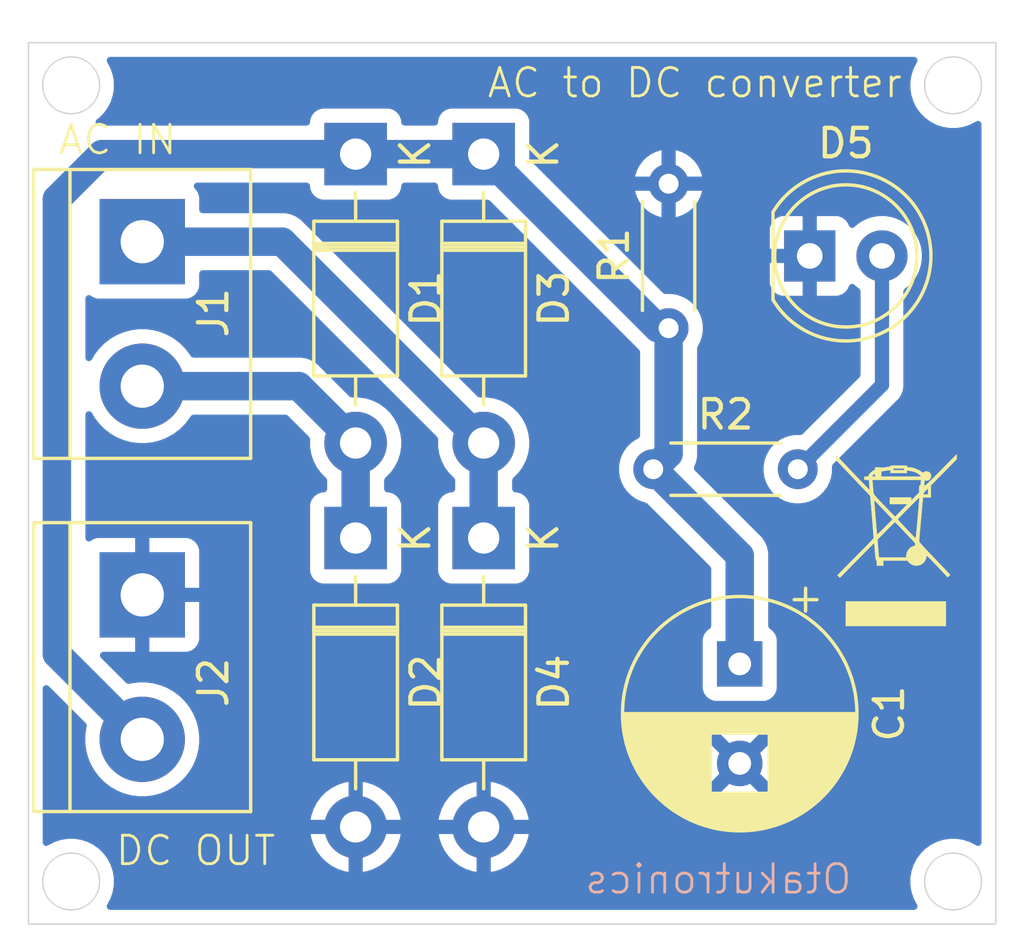
<source format=kicad_pcb>
(kicad_pcb (version 20241229) (generator "pcbnew") (generator_version "9.0")
  (layers (0 "F.Cu" signal) (2 "B.Cu" signal) (13 "F.Paste" user) (15 "B.Paste" user) (5 "F.SilkS" user "F.Silkscreen") (7 "B.SilkS" user "B.Silkscreen") (1 "F.Mask" user) (3 "B.Mask" user) (25 "Edge.Cuts" user))
  (net 0 "")
  (net 1 "GND")
  (net 2 "/+VE")
  (net 3 "Net-(D1-A)")
  (net 4 "Net-(D3-A)")
  (net 5 "Net-(D5-A)")
  (footprint "LED_THT:LED_D5.0mm" (layer "F.Cu") (at 135.46 81)
    (property "Reference" "D5" (at 1.27 -3.96 0) (layer "F.SilkS"))
    (property "Value" "LED")
    (fp_line (start -1.29 -1.545) (end -1.29 1.545) (stroke (width 0.12)) (layer "F.SilkS"))
    (fp_arc (start -1.29 -1.54483) (mid 2.071756 -2.880501) (end 4.26 -0.000048) (stroke (width 0.12)) (layer "F.SilkS"))
    (fp_arc (start 4.26 0.000048) (mid 2.071756 2.880501) (end -1.29 1.54483) (stroke (width 0.12)) (layer "F.SilkS"))
    (fp_circle (center 1.27 0) (end 3.77 0) (stroke (width 0.12)) (fill no) (layer "F.SilkS"))
    (pad "1" thru_hole rect (at 0 0) (size 1.8 1.8) (drill 0.9) (layers "*.Cu" "*.Mask") (net 1 "GND"))
    (pad "2" thru_hole circle (at 2.54 0) (size 1.8 1.8) (drill 0.9) (layers "*.Cu" "*.Mask") (net 5 "Net-(D5-A)"))
  )
  (footprint "Symbol:WEEE-Logo_4.2x6mm_SilkScreen" (layer "F.Cu") (at 138.5 91)
    (property "Reference" "REF**" (hide yes))
    (property "Value" "WEEE-Logo_4.2x6mm_SilkScreen" (hide yes))
    (fp_poly (pts (xy 1.747822 3.017822) (xy -1.772971 3.017822) (xy -1.772971 2.150198) (xy 1.747822 2.150198) (xy 1.747822 3.017822)) (stroke (width 0.01)) (fill yes) (layer "F.SilkS"))
    (fp_poly (pts (xy 2.12443 -2.935152) (xy 2.123811 -2.848069) (xy 1.672086 -2.389109) (xy 1.220361 -1.930148) (xy 1.220032 -1.719529) (xy 1.219703 -1.508911) (xy 0.94461 -1.508911) (xy 0.937522 -1.45547) (xy 0.934838 -1.431112) (xy 0.930313 -1.385241) (xy 0.924191 -1.320595) (xy 0.916712 -1.239909) (xy 0.908119 -1.145919) (xy 0.898654 -1.041363) (xy 0.888558 -0.928975) (xy 0.878074 -0.811493) (xy 0.867444 -0.691652) (xy 0.856909 -0.572189) (xy 0.846713 -0.455841) (xy 0.837095 -0.345343) (xy 0.8283 -0.243431) (xy 0.820568 -0.152842) (xy 0.814142 -0.076313) (xy 0.809263 -0.016579) (xy 0.806175 0.023624) (xy 0.805117 0.041559) (xy 0.805118 0.041644) (xy 0.812827 0.056035) (xy 0.835981 0.085748) (xy 0.874895 0.131131) (xy 0.929884 0.192529) (xy 1.001264 0.270288) (xy 1.089349 0.364754) (xy 1.194454 0.476272) (xy 1.316895 0.605188) (xy 1.35131 0.641287) (xy 1.897137 1.213416) (xy 1.808881 1.301436) (xy 1.737485 1.223758) (xy 1.711366 1.195686) (xy 1.670566 1.152274) (xy 1.617777 1.096366) (xy 1.555691 1.030808) (xy 1.487 0.958441) (xy 1.414396 0.882112) (xy 1.37096 0.836524) (xy 1.289416 0.751119) (xy 1.223504 0.68271) (xy 1.171544 0.630053) (xy 1.131855 0.591905) (xy 1.102757 0.56702) (xy 1.082569 0.554156) (xy 1.06961 0.552068) (xy 1.0622 0.559513) (xy 1.058658 0.575246) (xy 1.057303 0.598023) (xy 1.057121 0.604239) (xy 1.047703 0.647061) (xy 1.024497 0.698819) (xy 0.992136 0.751328) (xy 0.955252 0.796403) (xy 0.940493 0.810328) (xy 0.864767 0.859047) (xy 0.776308 0.886306) (xy 0.6981 0.892773) (xy 0.609468 0.880576) (xy 0.527612 0.844813) (xy 0.455164 0.786722) (xy 0.441797 0.772262) (xy 0.392918 0.716733) (xy -0.452674 0.716733) (xy -0.452674 0.892773) (xy -0.67901 0.892773) (xy -0.67901 0.810531) (xy -0.68185 0.754386) (xy -0.691393 0.715416) (xy -0.702991 0.694219) (xy -0.711277 0.679052) (xy -0.718373 0.657062) (xy -0.724748 0.624987) (xy -0.730872 0.579569) (xy -0.737216 0.517548) (xy -0.74425 0.435662) (xy -0.749066 0.374746) (xy -0.771161 0.089343) (xy -1.313565 0.638805) (xy -1.411637 0.738228) (xy -1.505784 0.833815) (xy -1.594285 0.92381) (xy -1.67542 1.006457) (xy -1.747469 1.080001) (xy -1.808712 1.142684) (xy -1.857427 1.192752) (xy -1.891896 1.228448) (xy -1.910379 1.247995) (xy -1.940743 1.278944) (xy -1.966071 1.30053) (xy -1.979695 1.307723) (xy -1.997095 1.299297) (xy -2.02246 1.278245) (xy -2.031058 1.269671) (xy -2.067514 1.23162) (xy -1.866802 1.027658) (xy -1.815596 0.975699) (xy -1.749569 0.90882) (xy -1.671618 0.82995) (xy -1.584638 0.742014) (xy -1.491526 0.647941) (xy -1.395179 0.550658) (xy -1.298492 0.453093) (xy -1.229134 0.383145) (xy -1.123703 0.27655) (xy -1.035129 0.186307) (xy -0.962281 0.111192) (xy -0.904023 0.049986) (xy -0.859225 0.001466) (xy -0.837021 -0.023871) (xy -0.658724 -0.023871) (xy -0.636401 0.261555) (xy -0.629669 0.345219) (xy -0.623157 0.421727) (xy -0.617234 0.487081) (xy -0.612268 0.537281) (xy -0.608629 0.568329) (xy -0.607458 0.575273) (xy -0.600838 0.603565) (xy 0.348636 0.603565) (xy 0.354974 0.524606) (xy 0.37411 0.431315) (xy 0.414154 0.348791) (xy 0.472582 0.280038) (xy 0.546871 0.228063) (xy 0.630252 0.196863) (xy 0.657302 0.182228) (xy 0.670844 0.150819) (xy 0.671128 0.149434) (xy 0.672753 0.136174) (xy 0.670744 0.122595) (xy 0.663142 0.106181) (xy 0.647984 0.084411) (xy 0.623312 0.054767) (xy 0.587164 0.014732) (xy 0.53758 -0.038215) (xy 0.472599 -0.106591) (xy 0.468401 -0.110995) (xy 0.398507 -0.184389) (xy 0.3242 -0.262563) (xy 0.250586 -0.340136) (xy 0.182771 -0.411725) (xy 0.12586 -0.471949) (xy 0.113168 -0.485413) (xy 0.064513 -0.53618) (xy 0.021291 -0.579625) (xy -0.013395 -0.612759) (xy -0.036444 -0.632595) (xy -0.044182 -0.636954) (xy -0.055722 -0.62783) (xy -0.08271 -0.6028) (xy -0.123021 -0.563948) (xy -0.174529 -0.513357) (xy -0.235109 -0.453112) (xy -0.302636 -0.385296) (xy -0.357826 -0.329435) (xy -0.658724 -0.023871) (xy -0.837021 -0.023871) (xy -0.826751 -0.035589) (xy -0.805471 -0.062401) (xy -0.794251 -0.080192) (xy -0.791754 -0.08843) (xy -0.7927 -0.10641) (xy -0.795573 -0.147108) (xy -0.800187 -0.208181) (xy -0.806358 -0.287287) (xy -0.813898 -0.382086) (xy -0.822621 -0.490233) (xy -0.832343 -0.609388) (xy -0.842876 -0.737209) (xy -0.851365 -0.839365) (xy -0.899396 -1.415326) (xy -0.775805 -1.415326) (xy -0.775273 -1.402896) (xy -0.772769 -1.36789) (xy -0.768496 -1.312785) (xy -0.762653 -1.240057) (xy -0.755443 -1.152186) (xy -0.747066 -1.051649) (xy -0.737723 -0.940923) (xy -0.728758 -0.835795) (xy -0.718602 -0.716517) (xy -0.709142 -0.60392) (xy -0.700596 -0.500695) (xy -0.693179 -0.409527) (xy -0.687108 -0.333105) (xy -0.682601 -0.274117) (xy -0.679873 -0.235251) (xy -0.679116 -0.220156) (xy -0.677935 -0.210762) (xy -0.673256 -0.207034) (xy -0.663276 -0.210529) (xy -0.64619 -0.222801) (xy -0.620196 -0.245406) (xy -0.58349 -0.2799) (xy -0.534267 -0.327838) (xy -0.470726 -0.390776) (xy -0.403305 -0.458032) (xy -0.127601 -0.733523) (xy -0.129533 -0.735594) (xy 0.05271 -0.735594) (xy 0.061016 -0.72422) (xy 0.084267 -0.697437) (xy 0.120135 -0.657708) (xy 0.166287 -0.607493) (xy 0.220394 -0.549254) (xy 0.280126 -0.485453) (xy 0.343152 -0.418551) (xy 0.407142 -0.35101) (xy 0.469764 -0.28529) (xy 0.52869 -0.223854) (xy 0.581588 -0.169163) (xy 0.626128 -0.123678) (xy 0.65998 -0.089862) (xy 0.680812 -0.070174) (xy 0.686494 -0.066163) (xy 0.688366 -0.079109) (xy 0.692254 -0.114866) (xy 0.697943 -0.171196) (xy 0.705219 -0.24586) (xy 0.713869 -0.33662) (xy 0.723678 -0.441238) (xy 0.734434 -0.557474) (xy 0.745921 -0.683092) (xy 0.755093 -0.784382) (xy 0.766826 -0.915721) (xy 0.777665 -1.039448) (xy 0.78743 -1.153319) (xy 0.795937 -1.255089) (xy 0.803005 -1.342513) (xy 0.808451 -1.413347) (xy 0.812092 -1.465347) (xy 0.813747 -1.496268) (xy 0.813558 -1.504297) (xy 0.803666 -1.497146) (xy 0.778476 -1.474159) (xy 0.74019 -1.437561) (xy 0.691011 -1.389578) (xy 0.633139 -1.332434) (xy 0.568778 -1.268353) (xy 0.500129 -1.199562) (xy 0.429395 -1.128284) (xy 0.358778 -1.056745) (xy 0.29048 -0.98717) (xy 0.226704 -0.921783) (xy 0.16965 -0.862809) (xy 0.121522 -0.812473) (xy 0.084522 -0.773001) (xy 0.060852 -0.746617) (xy 0.05271 -0.735594) (xy -0.129533 -0.735594) (xy -0.230409 -0.843705) (xy -0.282768 -0.899623) (xy -0.341535 -0.962052) (xy -0.404385 -1.028557) (xy -0.468995 -1.096702) (xy -0.533042 -1.164052) (xy -0.594203 -1.228172) (xy -0.650153 -1.286628) (xy -0.69857 -1.336982) (xy -0.73713 -1.376802) (xy -0.763509 -1.40365) (xy -0.775384 -1.415092) (xy -0.775805 -1.415326) (xy -0.899396 -1.415326) (xy -0.911401 -1.559274) (xy -1.511938 -2.190842) (xy -2.112475 -2.822411) (xy -2.112034 -2.910685) (xy -2.111592 -2.99896) (xy -2.014583 -2.895334) (xy -1.960291 -2.837537) (xy -1.896192 -2.769632) (xy -1.824016 -2.693428) (xy -1.745492 -2.610731) (xy -1.662349 -2.523347) (xy -1.576319 -2.433085) (xy -1.48913 -2.34175) (xy -1.402513 -2.251151) (xy -1.318197 -2.163093) (xy -1.237912 -2.079385) (xy -1.163387 -2.001833) (xy -1.096354 -1.932243) (xy -1.038541 -1.872424) (xy -0.991679 -1.824182) (xy -0.957496 -1.789324) (xy -0.937724 -1.769657) (xy -0.93339 -1.765884) (xy -0.933092 -1.779008) (xy -0.934731 -1.812611) (xy -0.938023 -1.86212) (xy -0.942682 -1.922963) (xy -0.944682 -1.947268) (xy -0.959577 -2.125049) (xy -0.842955 -2.125049) (xy -0.836934 -2.096757) (xy -0.833863 -2.074382) (xy -0.829548 -2.032283) (xy -0.824488 -1.975822) (xy -0.819181 -1.910365) (xy -0.817344 -1.886138) (xy -0.811927 -1.816579) (xy -0.806459 -1.751982) (xy -0.801488 -1.698452) (xy -0.797561 -1.66209) (xy -0.796675 -1.655491) (xy -0.793334 -1.641944) (xy -0.786101 -1.626086) (xy -0.77344 -1.606139) (xy -0.753811 -1.580327) (xy -0.725678 -1.546871) (xy -0.687502 -1.503993) (xy -0.637746 -1.449917) (xy -0.574871 -1.382864) (xy -0.497341 -1.301057) (xy -0.418251 -1.21805) (xy -0.339564 -1.135906) (xy -0.266112 -1.059831) (xy -0.199724 -0.991675) (xy -0.142227 -0.933288) (xy -0.095451 -0.886519) (xy -0.061224 -0.853218) (xy -0.041373 -0.835233) (xy -0.03714 -0.832558) (xy -0.026003 -0.842259) (xy 0.000029 -0.867559) (xy 0.03843 -0.905918) (xy 0.086672 -0.9548) (xy 0.14223 -1.011666) (xy 0.182408 -1.053094) (xy 0.392169 -1.27) (xy -0.226337 -1.27) (xy -0.226337 -1.508911) (xy 0.528119 -1.508911) (xy 0.528119 -1.402458) (xy 0.666435 -1.540346) (xy 0.764553 -1.63816) (xy 0.955643 -1.63816) (xy 0.957471 -1.62273) (xy 0.966723 -1.614133) (xy 0.98905 -1.610387) (xy 1.030105 -1.609511) (xy 1.037376 -1.609505) (xy 1.119109 -1.609505) (xy 1.119109 -1.828828) (xy 1.037376 -1.747821) (xy 0.99127 -1.698572) (xy 0.963694 -1.660841) (xy 0.955643 -1.63816) (xy 0.764553 -1.63816) (xy 0.804752 -1.678234) (xy 0.804752 -1.801048) (xy 0.805137 -1.85755) (xy 0.8069 -1.893495) (xy 0.81095 -1.91347) (xy 0.818199 -1.922063) (xy 0.82913 -1.923861) (xy 0.841288 -1.926502) (xy 0.850273 -1.937088) (xy 0.857174 -1.959619) (xy 0.863076 -1.998091) (xy 0.869065 -2.056502) (xy 0.870987 -2.077896) (xy 0.875148 -2.125049) (xy -0.842955 -2.125049) (xy -0.959577 -2.125049) (xy -1.119109 -2.125049) (xy -1.119109 -2.238218) (xy -1.051314 -2.238218) (xy -1.011662 -2.239304) (xy -0.990116 -2.244546) (xy -0.98748 -2.247666) (xy -0.848616 -2.247666) (xy -0.841308 -2.240538) (xy -0.815993 -2.238338) (xy -0.798908 -2.238218) (xy -0.741881 -2.238218) (xy -0.529221 -2.238218) (xy 0.885302 -2.238218) (xy 0.837458 -2.287214) (xy 0.76315 -2.347676) (xy 0.671184 -2.394309) (xy 0.560002 -2.427751) (xy 0.449529 -2.446247) (xy 0.377227 -2.454878) (xy 0.377227 -2.36396) (xy -0.201188 -2.36396) (xy -0.201188 -2.467107) (xy -0.286065 -2.458504) (xy -0.345368 -2.451244) (xy -0.408551 -2.441621) (xy -0.446386 -2.434748) (xy -0.521832 -2.419593) (xy -0.525526 -2.328905) (xy -0.529221 -2.238218) (xy -0.741881 -2.238218) (xy -0.741881 -2.288515) (xy -0.743544 -2.320024) (xy -0.747697 -2.337537) (xy -0.749371 -2.338812) (xy -0.767987 -2.330746) (xy -0.795183 -2.31118) (xy -0.822448 -2.287056) (xy -0.841267 -2.265318) (xy -0.842943 -2.262492) (xy -0.848616 -2.247666) (xy -0.98748 -2.247666) (xy -0.979662 -2.256919) (xy -0.975442 -2.270396) (xy -0.958219 -2.305373) (xy -0.925138 -2.347421) (xy -0.881893 -2.390644) (xy -0.834174 -2.429146) (xy -0.80283 -2.449199) (xy -0.767123 -2.471149) (xy -0.748819 -2.489589) (xy -0.742388 -2.511332) (xy -0.741894 -2.524282) (xy -0.741894 -2.527425) (xy -0.100594 -2.527425) (xy -0.100594 -2.464554) (xy 0.276633 -2.464554) (xy 0.276633 -2.527425) (xy -0.100594 -2.527425) (xy -0.741894 -2.527425) (xy -0.741881 -2.565148) (xy -0.636048 -2.565148) (xy -0.587355 -2.563971) (xy -0.549405 -2.560835) (xy -0.528308 -2.556329) (xy -0.526023 -2.554505) (xy -0.512641 -2.551705) (xy -0.480074 -2.552852) (xy -0.433916 -2.557607) (xy -0.402376 -2.561997) (xy -0.345188 -2.570622) (xy -0.292886 -2.578409) (xy -0.253582 -2.584153) (xy -0.242055 -2.585785) (xy -0.211937 -2.595112) (xy -0.201188 -2.609728) (xy -0.19792 -2.61568) (xy -0.18623 -2.620222) (xy -0.163288 -2.62353) (xy -0.126265 -2.625785) (xy -0.072332 -2.627166) (xy 0.00134 -2.62785) (xy 0.08802 -2.62802) (xy 0.180529 -2.627923) (xy 0.250906 -2.62747) (xy 0.302164 -2.62641) (xy 0.33732 -2.624497) (xy 0.359389 -2.621481) (xy 0.371385 -2.617115) (xy 0.376324 -2.611151) (xy 0.377227 -2.604216) (xy 0.384921 -2.582205) (xy 0.410121 -2.569679) (xy 0.456009 -2.565212) (xy 0.464264 -2.565148) (xy 0.541973 -2.557132) (xy 0.630233 -2.535064) (xy 0.721085 -2.501916) (xy 0.80657 -2.460661) (xy 0.878726 -2.414269) (xy 0.888072 -2.406918) (xy 0.918533 -2.383002) (xy 0.936572 -2.373424) (xy 0.949169 -2.37652) (xy 0.9621 -2.389296) (xy 1.000293 -2.414322) (xy 1.049998 -2.423929) (xy 1.103524 -2.418933) (xy 1.153178 -2.400149) (xy 1.191267 -2.368394) (xy 1.194025 -2.364703) (xy 1.222526 -2.305425) (xy 1.227828 -2.244066) (xy 1.210518 -2.185573) (xy 1.17118 -2.134896) (xy 1.16637 -2.130711) (xy 1.13844 -2.110833) (xy 1.110102 -2.102079) (xy 1.070263 -2.101447) (xy 1.060311 -2.102008) (xy 1.021332 -2.103438) (xy 1.001254 -2.100161) (xy 0.993985 -2.090272) (xy 0.99324 -2.081039) (xy 0.991716 -2.054256) (xy 0.987935 -2.013975) (xy 0.985218 -1.989876) (xy 0.981277 -1.951599) (xy 0.982916 -1.932004) (xy 0.992421 -1.924842) (xy 1.009351 -1.923861) (xy 1.019392 -1.927099) (xy 1.03559 -1.93758) (xy 1.059145 -1.956452) (xy 1.091257 -1.984865) (xy 1.133128 -2.023965) (xy 1.185957 -2.074903) (xy 1.250945 -2.138827) (xy 1.329291 -2.216886) (xy 1.422197 -2.310228) (xy 1.530863 -2.420002) (xy 1.583231 -2.473048) (xy 2.125049 -3.022233) (xy 2.12443 -2.935152)) (stroke (width 0.01)) (fill yes) (layer "F.SilkS"))
  )
  (footprint "Diode_THT:D_DO-41_SOD81_P10.16mm_Horizontal" (layer "F.Cu") (at 119.5 77.42 -90)
    (property "Reference" "D1" (at 5.08 -2.47 90) (layer "F.SilkS"))
    (property "Value" "1N4007")
    (fp_line (start 2.36 1.47) (end 7.8 1.47) (stroke (width 0.12)) (layer "F.SilkS"))
    (fp_line (start 7.8 1.47) (end 7.8 -1.47) (stroke (width 0.12)) (layer "F.SilkS"))
    (fp_line (start 1.34 0) (end 2.36 0) (stroke (width 0.12)) (layer "F.SilkS"))
    (fp_line (start 8.82 0) (end 7.8 0) (stroke (width 0.12)) (layer "F.SilkS"))
    (fp_line (start 2.36 -1.47) (end 2.36 1.47) (stroke (width 0.12)) (layer "F.SilkS"))
    (fp_line (start 3.14 -1.47) (end 3.14 1.47) (stroke (width 0.12)) (layer "F.SilkS"))
    (fp_line (start 3.26 -1.47) (end 3.26 1.47) (stroke (width 0.12)) (layer "F.SilkS"))
    (fp_line (start 3.38 -1.47) (end 3.38 1.47) (stroke (width 0.12)) (layer "F.SilkS"))
    (fp_line (start 7.8 -1.47) (end 2.36 -1.47) (stroke (width 0.12)) (layer "F.SilkS"))
    (fp_text user "K" (at 0 -2.1 90) (layer "F.SilkS"))
    (pad "1" thru_hole rect (at 0 0 270) (size 2.2 2.2) (drill 1.1) (layers "*.Cu" "*.Mask") (net 2 "/+VE"))
    (pad "2" thru_hole oval (at 10.16 0 270) (size 2.2 2.2) (drill 1.1) (layers "*.Cu" "*.Mask") (net 3 "Net-(D1-A)"))
  )
  (footprint "Resistor_THT:R_Axial_DIN0204_L3.6mm_D1.6mm_P5.08mm_Horizontal" (layer "F.Cu") (at 130.5 83.54 90)
    (property "Reference" "R1" (at 2.54 -1.92 90) (layer "F.SilkS"))
    (property "Value" "10K")
    (fp_line (start 0.62 -0.92) (end 4.46 -0.92) (stroke (width 0.12)) (layer "F.SilkS"))
    (fp_line (start 0.62 0.92) (end 4.46 0.92) (stroke (width 0.12)) (layer "F.SilkS"))
    (pad "1" thru_hole circle (at 0 0 90) (size 1.4 1.4) (drill 0.7) (layers "*.Cu" "*.Mask") (net 2 "/+VE"))
    (pad "2" thru_hole oval (at 5.08 0 90) (size 1.4 1.4) (drill 0.7) (layers "*.Cu" "*.Mask") (net 1 "GND"))
  )
  (footprint "TerminalBlock:TerminalBlock_bornier-2_P5.08mm" (layer "F.Cu") (at 112 80.5 -90)
    (property "Reference" "J1" (at 2.5 -2.5 90) (layer "F.SilkS"))
    (property "Value" "Screw_Terminal_01x02")
    (fp_line (start -2.54 3.81) (end 7.62 3.81) (stroke (width 0.12)) (layer "F.SilkS"))
    (fp_line (start 7.62 3.81) (end 7.62 -3.81) (stroke (width 0.12)) (layer "F.SilkS"))
    (fp_line (start 7.62 2.54) (end -2.54 2.54) (stroke (width 0.12)) (layer "F.SilkS"))
    (fp_line (start -2.54 -3.81) (end -2.54 3.81) (stroke (width 0.12)) (layer "F.SilkS"))
    (fp_line (start 7.62 -3.81) (end -2.54 -3.81) (stroke (width 0.12)) (layer "F.SilkS"))
    (pad "1" thru_hole rect (at 0 0 270) (size 3 3) (drill 1.52) (layers "*.Cu" "*.Mask") (net 4 "Net-(D3-A)"))
    (pad "2" thru_hole circle (at 5.08 0 270) (size 3 3) (drill 1.52) (layers "*.Cu" "*.Mask") (net 3 "Net-(D1-A)"))
  )
  (footprint "TerminalBlock:TerminalBlock_bornier-2_P5.08mm" (layer "F.Cu") (at 112 92.92 -90)
    (property "Reference" "J2" (at 3.08 -2.5 90) (layer "F.SilkS"))
    (property "Value" "Screw_Terminal_01x02")
    (fp_line (start -2.54 3.81) (end 7.62 3.81) (stroke (width 0.12)) (layer "F.SilkS"))
    (fp_line (start 7.62 3.81) (end 7.62 -3.81) (stroke (width 0.12)) (layer "F.SilkS"))
    (fp_line (start 7.62 2.54) (end -2.54 2.54) (stroke (width 0.12)) (layer "F.SilkS"))
    (fp_line (start -2.54 -3.81) (end -2.54 3.81) (stroke (width 0.12)) (layer "F.SilkS"))
    (fp_line (start 7.62 -3.81) (end -2.54 -3.81) (stroke (width 0.12)) (layer "F.SilkS"))
    (pad "1" thru_hole rect (at 0 0 270) (size 3 3) (drill 1.52) (layers "*.Cu" "*.Mask") (net 1 "GND"))
    (pad "2" thru_hole circle (at 5.08 0 270) (size 3 3) (drill 1.52) (layers "*.Cu" "*.Mask") (net 2 "/+VE"))
  )
  (footprint "Diode_THT:D_DO-41_SOD81_P10.16mm_Horizontal" (layer "F.Cu") (at 124 77.42 -90)
    (property "Reference" "D3" (at 5.08 -2.47 90) (layer "F.SilkS"))
    (property "Value" "1N4007")
    (fp_line (start 2.36 1.47) (end 7.8 1.47) (stroke (width 0.12)) (layer "F.SilkS"))
    (fp_line (start 7.8 1.47) (end 7.8 -1.47) (stroke (width 0.12)) (layer "F.SilkS"))
    (fp_line (start 1.34 0) (end 2.36 0) (stroke (width 0.12)) (layer "F.SilkS"))
    (fp_line (start 8.82 0) (end 7.8 0) (stroke (width 0.12)) (layer "F.SilkS"))
    (fp_line (start 2.36 -1.47) (end 2.36 1.47) (stroke (width 0.12)) (layer "F.SilkS"))
    (fp_line (start 3.14 -1.47) (end 3.14 1.47) (stroke (width 0.12)) (layer "F.SilkS"))
    (fp_line (start 3.26 -1.47) (end 3.26 1.47) (stroke (width 0.12)) (layer "F.SilkS"))
    (fp_line (start 3.38 -1.47) (end 3.38 1.47) (stroke (width 0.12)) (layer "F.SilkS"))
    (fp_line (start 7.8 -1.47) (end 2.36 -1.47) (stroke (width 0.12)) (layer "F.SilkS"))
    (fp_text user "K" (at 0 -2.1 90) (layer "F.SilkS"))
    (pad "1" thru_hole rect (at 0 0 270) (size 2.2 2.2) (drill 1.1) (layers "*.Cu" "*.Mask") (net 2 "/+VE"))
    (pad "2" thru_hole oval (at 10.16 0 270) (size 2.2 2.2) (drill 1.1) (layers "*.Cu" "*.Mask") (net 4 "Net-(D3-A)"))
  )
  (footprint "Diode_THT:D_DO-41_SOD81_P10.16mm_Horizontal" (layer "F.Cu") (at 124 90.92 -90)
    (property "Reference" "D4" (at 5.08 -2.47 90) (layer "F.SilkS"))
    (property "Value" "1N4007")
    (fp_line (start 2.36 1.47) (end 7.8 1.47) (stroke (width 0.12)) (layer "F.SilkS"))
    (fp_line (start 7.8 1.47) (end 7.8 -1.47) (stroke (width 0.12)) (layer "F.SilkS"))
    (fp_line (start 1.34 0) (end 2.36 0) (stroke (width 0.12)) (layer "F.SilkS"))
    (fp_line (start 8.82 0) (end 7.8 0) (stroke (width 0.12)) (layer "F.SilkS"))
    (fp_line (start 2.36 -1.47) (end 2.36 1.47) (stroke (width 0.12)) (layer "F.SilkS"))
    (fp_line (start 3.14 -1.47) (end 3.14 1.47) (stroke (width 0.12)) (layer "F.SilkS"))
    (fp_line (start 3.26 -1.47) (end 3.26 1.47) (stroke (width 0.12)) (layer "F.SilkS"))
    (fp_line (start 3.38 -1.47) (end 3.38 1.47) (stroke (width 0.12)) (layer "F.SilkS"))
    (fp_line (start 7.8 -1.47) (end 2.36 -1.47) (stroke (width 0.12)) (layer "F.SilkS"))
    (fp_text user "K" (at 0 -2.1 90) (layer "F.SilkS"))
    (pad "1" thru_hole rect (at 0 0 270) (size 2.2 2.2) (drill 1.1) (layers "*.Cu" "*.Mask") (net 4 "Net-(D3-A)"))
    (pad "2" thru_hole oval (at 10.16 0 270) (size 2.2 2.2) (drill 1.1) (layers "*.Cu" "*.Mask") (net 1 "GND"))
  )
  (footprint "Capacitor_THT:CP_Radial_D8.0mm_P3.50mm" (layer "F.Cu") (at 133 95.347349 -90)
    (property "Reference" "C1" (at 1.75 -5.25 90) (layer "F.SilkS"))
    (property "Value" "1000uF")
    (fp_line (start 2.471 1.04) (end 2.471 4.017) (stroke (width 0.12)) (layer "F.SilkS"))
    (fp_line (start 2.511 1.04) (end 2.511 4.01) (stroke (width 0.12)) (layer "F.SilkS"))
    (fp_line (start 2.551 1.04) (end 2.551 4.002) (stroke (width 0.12)) (layer "F.SilkS"))
    (fp_line (start 2.591 1.04) (end 2.591 3.994) (stroke (width 0.12)) (layer "F.SilkS"))
    (fp_line (start 2.631 1.04) (end 2.631 3.985) (stroke (width 0.12)) (layer "F.SilkS"))
    (fp_line (start 2.671 1.04) (end 2.671 3.976) (stroke (width 0.12)) (layer "F.SilkS"))
    (fp_line (start 2.711 1.04) (end 2.711 3.967) (stroke (width 0.12)) (layer "F.SilkS"))
    (fp_line (start 2.751 1.04) (end 2.751 3.957) (stroke (width 0.12)) (layer "F.SilkS"))
    (fp_line (start 2.791 1.04) (end 2.791 3.947) (stroke (width 0.12)) (layer "F.SilkS"))
    (fp_line (start 2.831 1.04) (end 2.831 3.936) (stroke (width 0.12)) (layer "F.SilkS"))
    (fp_line (start 2.871 1.04) (end 2.871 3.925) (stroke (width 0.12)) (layer "F.SilkS"))
    (fp_line (start 2.911 1.04) (end 2.911 3.914) (stroke (width 0.12)) (layer "F.SilkS"))
    (fp_line (start 2.951 1.04) (end 2.951 3.902) (stroke (width 0.12)) (layer "F.SilkS"))
    (fp_line (start 2.991 1.04) (end 2.991 3.889) (stroke (width 0.12)) (layer "F.SilkS"))
    (fp_line (start 3.031 1.04) (end 3.031 3.877) (stroke (width 0.12)) (layer "F.SilkS"))
    (fp_line (start 3.071 1.04) (end 3.071 3.863) (stroke (width 0.12)) (layer "F.SilkS"))
    (fp_line (start 3.111 1.04) (end 3.111 3.85) (stroke (width 0.12)) (layer "F.SilkS"))
    (fp_line (start 3.151 1.04) (end 3.151 3.835) (stroke (width 0.12)) (layer "F.SilkS"))
    (fp_line (start 3.191 1.04) (end 3.191 3.821) (stroke (width 0.12)) (layer "F.SilkS"))
    (fp_line (start 3.231 1.04) (end 3.231 3.805) (stroke (width 0.12)) (layer "F.SilkS"))
    (fp_line (start 3.271 1.04) (end 3.271 3.79) (stroke (width 0.12)) (layer "F.SilkS"))
    (fp_line (start 3.311 1.04) (end 3.311 3.774) (stroke (width 0.12)) (layer "F.SilkS"))
    (fp_line (start 3.351 1.04) (end 3.351 3.757) (stroke (width 0.12)) (layer "F.SilkS"))
    (fp_line (start 3.391 1.04) (end 3.391 3.74) (stroke (width 0.12)) (layer "F.SilkS"))
    (fp_line (start 3.431 1.04) (end 3.431 3.722) (stroke (width 0.12)) (layer "F.SilkS"))
    (fp_line (start 3.471 1.04) (end 3.471 3.704) (stroke (width 0.12)) (layer "F.SilkS"))
    (fp_line (start 3.511 1.04) (end 3.511 3.686) (stroke (width 0.12)) (layer "F.SilkS"))
    (fp_line (start 3.551 1.04) (end 3.551 3.666) (stroke (width 0.12)) (layer "F.SilkS"))
    (fp_line (start 3.591 1.04) (end 3.591 3.647) (stroke (width 0.12)) (layer "F.SilkS"))
    (fp_line (start 3.631 1.04) (end 3.631 3.627) (stroke (width 0.12)) (layer "F.SilkS"))
    (fp_line (start 3.671 1.04) (end 3.671 3.606) (stroke (width 0.12)) (layer "F.SilkS"))
    (fp_line (start 3.711 1.04) (end 3.711 3.584) (stroke (width 0.12)) (layer "F.SilkS"))
    (fp_line (start 3.751 1.04) (end 3.751 3.562) (stroke (width 0.12)) (layer "F.SilkS"))
    (fp_line (start 3.791 1.04) (end 3.791 3.54) (stroke (width 0.12)) (layer "F.SilkS"))
    (fp_line (start 3.831 1.04) (end 3.831 3.517) (stroke (width 0.12)) (layer "F.SilkS"))
    (fp_line (start 3.871 1.04) (end 3.871 3.493) (stroke (width 0.12)) (layer "F.SilkS"))
    (fp_line (start 3.911 1.04) (end 3.911 3.469) (stroke (width 0.12)) (layer "F.SilkS"))
    (fp_line (start 3.951 1.04) (end 3.951 3.444) (stroke (width 0.12)) (layer "F.SilkS"))
    (fp_line (start 3.991 1.04) (end 3.991 3.418) (stroke (width 0.12)) (layer "F.SilkS"))
    (fp_line (start 4.031 1.04) (end 4.031 3.392) (stroke (width 0.12)) (layer "F.SilkS"))
    (fp_line (start 4.071 1.04) (end 4.071 3.365) (stroke (width 0.12)) (layer "F.SilkS"))
    (fp_line (start 4.111 1.04) (end 4.111 3.338) (stroke (width 0.12)) (layer "F.SilkS"))
    (fp_line (start 4.151 1.04) (end 4.151 3.309) (stroke (width 0.12)) (layer "F.SilkS"))
    (fp_line (start 4.191 1.04) (end 4.191 3.28) (stroke (width 0.12)) (layer "F.SilkS"))
    (fp_line (start 4.231 1.04) (end 4.231 3.25) (stroke (width 0.12)) (layer "F.SilkS"))
    (fp_line (start 4.271 1.04) (end 4.271 3.22) (stroke (width 0.12)) (layer "F.SilkS"))
    (fp_line (start 4.311 1.04) (end 4.311 3.189) (stroke (width 0.12)) (layer "F.SilkS"))
    (fp_line (start 4.351 1.04) (end 4.351 3.156) (stroke (width 0.12)) (layer "F.SilkS"))
    (fp_line (start 4.391 1.04) (end 4.391 3.124) (stroke (width 0.12)) (layer "F.SilkS"))
    (fp_line (start 4.431 1.04) (end 4.431 3.09) (stroke (width 0.12)) (layer "F.SilkS"))
    (fp_line (start 4.471 1.04) (end 4.471 3.055) (stroke (width 0.12)) (layer "F.SilkS"))
    (fp_line (start 4.511 1.04) (end 4.511 3.019) (stroke (width 0.12)) (layer "F.SilkS"))
    (fp_line (start 5.831 -0.533) (end 5.831 0.533) (stroke (width 0.12)) (layer "F.SilkS"))
    (fp_line (start 5.791 -0.768) (end 5.791 0.768) (stroke (width 0.12)) (layer "F.SilkS"))
    (fp_line (start 5.751 -0.948) (end 5.751 0.948) (stroke (width 0.12)) (layer "F.SilkS"))
    (fp_line (start 5.711 -1.098) (end 5.711 1.098) (stroke (width 0.12)) (layer "F.SilkS"))
    (fp_line (start 5.671 -1.229) (end 5.671 1.229) (stroke (width 0.12)) (layer "F.SilkS"))
    (fp_line (start 5.631 -1.346) (end 5.631 1.346) (stroke (width 0.12)) (layer "F.SilkS"))
    (fp_line (start 5.591 -1.453) (end 5.591 1.453) (stroke (width 0.12)) (layer "F.SilkS"))
    (fp_line (start 5.551 -1.552) (end 5.551 1.552) (stroke (width 0.12)) (layer "F.SilkS"))
    (fp_line (start 5.511 -1.645) (end 5.511 1.645) (stroke (width 0.12)) (layer "F.SilkS"))
    (fp_line (start 5.471 -1.731) (end 5.471 1.731) (stroke (width 0.12)) (layer "F.SilkS"))
    (fp_line (start 5.431 -1.813) (end 5.431 1.813) (stroke (width 0.12)) (layer "F.SilkS"))
    (fp_line (start 5.391 -1.89) (end 5.391 1.89) (stroke (width 0.12)) (layer "F.SilkS"))
    (fp_line (start 5.351 -1.964) (end 5.351 1.964) (stroke (width 0.12)) (layer "F.SilkS"))
    (fp_line (start 5.311 -2.034) (end 5.311 2.034) (stroke (width 0.12)) (layer "F.SilkS"))
    (fp_line (start 5.271 -2.102) (end 5.271 2.102) (stroke (width 0.12)) (layer "F.SilkS"))
    (fp_line (start 5.231 -2.166) (end 5.231 2.166) (stroke (width 0.12)) (layer "F.SilkS"))
    (fp_line (start 5.191 -2.228) (end 5.191 2.228) (stroke (width 0.12)) (layer "F.SilkS"))
    (fp_line (start 5.151 -2.287) (end 5.151 2.287) (stroke (width 0.12)) (layer "F.SilkS"))
    (fp_line (start -2.659698 -2.315) (end -1.859698 -2.315) (stroke (width 0.12)) (layer "F.SilkS"))
    (fp_line (start 5.111 -2.345) (end 5.111 2.345) (stroke (width 0.12)) (layer "F.SilkS"))
    (fp_line (start 5.071 -2.4) (end 5.071 2.4) (stroke (width 0.12)) (layer "F.SilkS"))
    (fp_line (start 5.031 -2.454) (end 5.031 2.454) (stroke (width 0.12)) (layer "F.SilkS"))
    (fp_line (start 4.991 -2.505) (end 4.991 2.505) (stroke (width 0.12)) (layer "F.SilkS"))
    (fp_line (start 4.951 -2.556) (end 4.951 2.556) (stroke (width 0.12)) (layer "F.SilkS"))
    (fp_line (start 4.911 -2.604) (end 4.911 2.604) (stroke (width 0.12)) (layer "F.SilkS"))
    (fp_line (start 4.871 -2.651) (end 4.871 2.651) (stroke (width 0.12)) (layer "F.SilkS"))
    (fp_line (start 4.831 -2.697) (end 4.831 2.697) (stroke (width 0.12)) (layer "F.SilkS"))
    (fp_line (start -2.259698 -2.715) (end -2.259698 -1.915) (stroke (width 0.12)) (layer "F.SilkS"))
    (fp_line (start 4.791 -2.741) (end 4.791 2.741) (stroke (width 0.12)) (layer "F.SilkS"))
    (fp_line (start 4.751 -2.784) (end 4.751 2.784) (stroke (width 0.12)) (layer "F.SilkS"))
    (fp_line (start 4.711 -2.826) (end 4.711 2.826) (stroke (width 0.12)) (layer "F.SilkS"))
    (fp_line (start 4.671 -2.867) (end 4.671 2.867) (stroke (width 0.12)) (layer "F.SilkS"))
    (fp_line (start 4.631 -2.907) (end 4.631 2.907) (stroke (width 0.12)) (layer "F.SilkS"))
    (fp_line (start 4.591 -2.945) (end 4.591 2.945) (stroke (width 0.12)) (layer "F.SilkS"))
    (fp_line (start 4.551 -2.983) (end 4.551 2.983) (stroke (width 0.12)) (layer "F.SilkS"))
    (fp_line (start 4.511 -3.019) (end 4.511 -1.04) (stroke (width 0.12)) (layer "F.SilkS"))
    (fp_line (start 4.471 -3.055) (end 4.471 -1.04) (stroke (width 0.12)) (layer "F.SilkS"))
    (fp_line (start 4.431 -3.09) (end 4.431 -1.04) (stroke (width 0.12)) (layer "F.SilkS"))
    (fp_line (start 4.391 -3.124) (end 4.391 -1.04) (stroke (width 0.12)) (layer "F.SilkS"))
    (fp_line (start 4.351 -3.156) (end 4.351 -1.04) (stroke (width 0.12)) (layer "F.SilkS"))
    (fp_line (start 4.311 -3.189) (end 4.311 -1.04) (stroke (width 0.12)) (layer "F.SilkS"))
    (fp_line (start 4.271 -3.22) (end 4.271 -1.04) (stroke (width 0.12)) (layer "F.SilkS"))
    (fp_line (start 4.231 -3.25) (end 4.231 -1.04) (stroke (width 0.12)) (layer "F.SilkS"))
    (fp_line (start 4.191 -3.28) (end 4.191 -1.04) (stroke (width 0.12)) (layer "F.SilkS"))
    (fp_line (start 4.151 -3.309) (end 4.151 -1.04) (stroke (width 0.12)) (layer "F.SilkS"))
    (fp_line (start 4.111 -3.338) (end 4.111 -1.04) (stroke (width 0.12)) (layer "F.SilkS"))
    (fp_line (start 4.071 -3.365) (end 4.071 -1.04) (stroke (width 0.12)) (layer "F.SilkS"))
    (fp_line (start 4.031 -3.392) (end 4.031 -1.04) (stroke (width 0.12)) (layer "F.SilkS"))
    (fp_line (start 3.991 -3.418) (end 3.991 -1.04) (stroke (width 0.12)) (layer "F.SilkS"))
    (fp_line (start 3.951 -3.444) (end 3.951 -1.04) (stroke (width 0.12)) (layer "F.SilkS"))
    (fp_line (start 3.911 -3.469) (end 3.911 -1.04) (stroke (width 0.12)) (layer "F.SilkS"))
    (fp_line (start 3.871 -3.493) (end 3.871 -1.04) (stroke (width 0.12)) (layer "F.SilkS"))
    (fp_line (start 3.831 -3.517) (end 3.831 -1.04) (stroke (width 0.12)) (layer "F.SilkS"))
    (fp_line (start 3.791 -3.54) (end 3.791 -1.04) (stroke (width 0.12)) (layer "F.SilkS"))
    (fp_line (start 3.751 -3.562) (end 3.751 -1.04) (stroke (width 0.12)) (layer "F.SilkS"))
    (fp_line (start 3.711 -3.584) (end 3.711 -1.04) (stroke (width 0.12)) (layer "F.SilkS"))
    (fp_line (start 3.671 -3.606) (end 3.671 -1.04) (stroke (width 0.12)) (layer "F.SilkS"))
    (fp_line (start 3.631 -3.627) (end 3.631 -1.04) (stroke (width 0.12)) (layer "F.SilkS"))
    (fp_line (start 3.591 -3.647) (end 3.591 -1.04) (stroke (width 0.12)) (layer "F.SilkS"))
    (fp_line (start 3.551 -3.666) (end 3.551 -1.04) (stroke (width 0.12)) (layer "F.SilkS"))
    (fp_line (start 3.511 -3.686) (end 3.511 -1.04) (stroke (width 0.12)) (layer "F.SilkS"))
    (fp_line (start 3.471 -3.704) (end 3.471 -1.04) (stroke (width 0.12)) (layer "F.SilkS"))
    (fp_line (start 3.431 -3.722) (end 3.431 -1.04) (stroke (width 0.12)) (layer "F.SilkS"))
    (fp_line (start 3.391 -3.74) (end 3.391 -1.04) (stroke (width 0.12)) (layer "F.SilkS"))
    (fp_line (start 3.351 -3.757) (end 3.351 -1.04) (stroke (width 0.12)) (layer "F.SilkS"))
    (fp_line (start 3.311 -3.774) (end 3.311 -1.04) (stroke (width 0.12)) (layer "F.SilkS"))
    (fp_line (start 3.271 -3.79) (end 3.271 -1.04) (stroke (width 0.12)) (layer "F.SilkS"))
    (fp_line (start 3.231 -3.805) (end 3.231 -1.04) (stroke (width 0.12)) (layer "F.SilkS"))
    (fp_line (start 3.191 -3.821) (end 3.191 -1.04) (stroke (width 0.12)) (layer "F.SilkS"))
    (fp_line (start 3.151 -3.835) (end 3.151 -1.04) (stroke (width 0.12)) (layer "F.SilkS"))
    (fp_line (start 3.111 -3.85) (end 3.111 -1.04) (stroke (width 0.12)) (layer "F.SilkS"))
    (fp_line (start 3.071 -3.863) (end 3.071 -1.04) (stroke (width 0.12)) (layer "F.SilkS"))
    (fp_line (start 3.031 -3.877) (end 3.031 -1.04) (stroke (width 0.12)) (layer "F.SilkS"))
    (fp_line (start 2.991 -3.889) (end 2.991 -1.04) (stroke (width 0.12)) (layer "F.SilkS"))
    (fp_line (start 2.951 -3.902) (end 2.951 -1.04) (stroke (width 0.12)) (layer "F.SilkS"))
    (fp_line (start 2.911 -3.914) (end 2.911 -1.04) (stroke (width 0.12)) (layer "F.SilkS"))
    (fp_line (start 2.871 -3.925) (end 2.871 -1.04) (stroke (width 0.12)) (layer "F.SilkS"))
    (fp_line (start 2.831 -3.936) (end 2.831 -1.04) (stroke (width 0.12)) (layer "F.SilkS"))
    (fp_line (start 2.791 -3.947) (end 2.791 -1.04) (stroke (width 0.12)) (layer "F.SilkS"))
    (fp_line (start 2.751 -3.957) (end 2.751 -1.04) (stroke (width 0.12)) (layer "F.SilkS"))
    (fp_line (start 2.711 -3.967) (end 2.711 -1.04) (stroke (width 0.12)) (layer "F.SilkS"))
    (fp_line (start 2.671 -3.976) (end 2.671 -1.04) (stroke (width 0.12)) (layer "F.SilkS"))
    (fp_line (start 2.631 -3.985) (end 2.631 -1.04) (stroke (width 0.12)) (layer "F.SilkS"))
    (fp_line (start 2.591 -3.994) (end 2.591 -1.04) (stroke (width 0.12)) (layer "F.SilkS"))
    (fp_line (start 2.551 -4.002) (end 2.551 -1.04) (stroke (width 0.12)) (layer "F.SilkS"))
    (fp_line (start 2.511 -4.01) (end 2.511 -1.04) (stroke (width 0.12)) (layer "F.SilkS"))
    (fp_line (start 2.471 -4.017) (end 2.471 -1.04) (stroke (width 0.12)) (layer "F.SilkS"))
    (fp_line (start 2.43 -4.024) (end 2.43 4.024) (stroke (width 0.12)) (layer "F.SilkS"))
    (fp_line (start 2.39 -4.03) (end 2.39 4.03) (stroke (width 0.12)) (layer "F.SilkS"))
    (fp_line (start 2.35 -4.037) (end 2.35 4.037) (stroke (width 0.12)) (layer "F.SilkS"))
    (fp_line (start 2.31 -4.042) (end 2.31 4.042) (stroke (width 0.12)) (layer "F.SilkS"))
    (fp_line (start 2.27 -4.048) (end 2.27 4.048) (stroke (width 0.12)) (layer "F.SilkS"))
    (fp_line (start 2.23 -4.052) (end 2.23 4.052) (stroke (width 0.12)) (layer "F.SilkS"))
    (fp_line (start 2.19 -4.057) (end 2.19 4.057) (stroke (width 0.12)) (layer "F.SilkS"))
    (fp_line (start 2.15 -4.061) (end 2.15 4.061) (stroke (width 0.12)) (layer "F.SilkS"))
    (fp_line (start 2.11 -4.065) (end 2.11 4.065) (stroke (width 0.12)) (layer "F.SilkS"))
    (fp_line (start 2.07 -4.068) (end 2.07 4.068) (stroke (width 0.12)) (layer "F.SilkS"))
    (fp_line (start 2.03 -4.071) (end 2.03 4.071) (stroke (width 0.12)) (layer "F.SilkS"))
    (fp_line (start 1.99 -4.074) (end 1.99 4.074) (stroke (width 0.12)) (layer "F.SilkS"))
    (fp_line (start 1.95 -4.076) (end 1.95 4.076) (stroke (width 0.12)) (layer "F.SilkS"))
    (fp_line (start 1.91 -4.077) (end 1.91 4.077) (stroke (width 0.12)) (layer "F.SilkS"))
    (fp_line (start 1.87 -4.079) (end 1.87 4.079) (stroke (width 0.12)) (layer "F.SilkS"))
    (fp_line (start 1.75 -4.08) (end 1.75 4.08) (stroke (width 0.12)) (layer "F.SilkS"))
    (fp_line (start 1.79 -4.08) (end 1.79 4.08) (stroke (width 0.12)) (layer "F.SilkS"))
    (fp_line (start 1.83 -4.08) (end 1.83 4.08) (stroke (width 0.12)) (layer "F.SilkS"))
    (fp_circle (center 1.75 0) (end 5.87 0) (stroke (width 0.12)) (fill no) (layer "F.SilkS"))
    (pad "1" thru_hole rect (at 0 0 270) (size 1.6 1.6) (drill 0.8) (layers "*.Cu" "*.Mask") (net 2 "/+VE"))
    (pad "2" thru_hole circle (at 3.5 0 270) (size 1.6 1.6) (drill 0.8) (layers "*.Cu" "*.Mask") (net 1 "GND"))
  )
  (footprint "Diode_THT:D_DO-41_SOD81_P10.16mm_Horizontal" (layer "F.Cu") (at 119.5 90.92 -90)
    (property "Reference" "D2" (at 5.08 -2.47 90) (layer "F.SilkS"))
    (property "Value" "1N4007")
    (fp_line (start 2.36 1.47) (end 7.8 1.47) (stroke (width 0.12)) (layer "F.SilkS"))
    (fp_line (start 7.8 1.47) (end 7.8 -1.47) (stroke (width 0.12)) (layer "F.SilkS"))
    (fp_line (start 1.34 0) (end 2.36 0) (stroke (width 0.12)) (layer "F.SilkS"))
    (fp_line (start 8.82 0) (end 7.8 0) (stroke (width 0.12)) (layer "F.SilkS"))
    (fp_line (start 2.36 -1.47) (end 2.36 1.47) (stroke (width 0.12)) (layer "F.SilkS"))
    (fp_line (start 3.14 -1.47) (end 3.14 1.47) (stroke (width 0.12)) (layer "F.SilkS"))
    (fp_line (start 3.26 -1.47) (end 3.26 1.47) (stroke (width 0.12)) (layer "F.SilkS"))
    (fp_line (start 3.38 -1.47) (end 3.38 1.47) (stroke (width 0.12)) (layer "F.SilkS"))
    (fp_line (start 7.8 -1.47) (end 2.36 -1.47) (stroke (width 0.12)) (layer "F.SilkS"))
    (fp_text user "K" (at 0 -2.1 90) (layer "F.SilkS"))
    (pad "1" thru_hole rect (at 0 0 270) (size 2.2 2.2) (drill 1.1) (layers "*.Cu" "*.Mask") (net 3 "Net-(D1-A)"))
    (pad "2" thru_hole oval (at 10.16 0 270) (size 2.2 2.2) (drill 1.1) (layers "*.Cu" "*.Mask") (net 1 "GND"))
  )
  (footprint "Resistor_THT:R_Axial_DIN0204_L3.6mm_D1.6mm_P5.08mm_Horizontal" (layer "F.Cu") (at 129.96 88.5)
    (property "Reference" "R2" (at 2.54 -1.92 0) (layer "F.SilkS"))
    (property "Value" "2.2K")
    (fp_line (start 0.62 -0.92) (end 4.46 -0.92) (stroke (width 0.12)) (layer "F.SilkS"))
    (fp_line (start 0.62 0.92) (end 4.46 0.92) (stroke (width 0.12)) (layer "F.SilkS"))
    (pad "1" thru_hole circle (at 0 0) (size 1.4 1.4) (drill 0.7) (layers "*.Cu" "*.Mask") (net 2 "/+VE"))
    (pad "2" thru_hole oval (at 5.08 0) (size 1.4 1.4) (drill 0.7) (layers "*.Cu" "*.Mask") (net 5 "Net-(D5-A)"))
  )
  (gr_rect (start 108 73.5) (end 142 104.5) (stroke (width 0.05)) (fill no) (layer "Edge.Cuts"))
  (gr_circle (center 140.5 103) (end 141.5 103) (stroke (width 0.05)) (fill no) (layer "Edge.Cuts"))
  (gr_circle (center 140.5 75) (end 141.5 75) (stroke (width 0.05)) (fill no) (layer "Edge.Cuts"))
  (gr_circle (center 109.5 103) (end 110.5 103) (stroke (width 0.05)) (fill no) (layer "Edge.Cuts"))
  (gr_circle (center 109.5 75) (end 110.5 75) (stroke (width 0.05)) (fill no) (layer "Edge.Cuts"))
  (gr_text "AC IN" (at 109 77.5 0) (layer "F.SilkS") (effects (font (size 1 1) (thickness 0.1)) (justify left bottom)))
  (gr_text "AC to DC converter" (at 131.42 75.5 0) (layer "F.SilkS") (effects (font (size 1 1) (thickness 0.1)) (justify bottom)))
  (gr_text "DC OUT" (at 111 102.5 0) (layer "F.SilkS") (effects (font (size 1 1) (thickness 0.1)) (justify left bottom)))
  (gr_text "Otakutronics" (at 137 103.5 -0) (layer "B.SilkS") (effects (font (size 1 1) (thickness 0.1)) (justify left bottom mirror)))
  (segment (start 112 92.92) (end 112 93.58) (width 1) (layer "B.Cu") (net 1))
  (segment (start 124 101.08) (end 124.42 101.08) (width 0.2) (layer "B.Cu") (net 1))
  (segment (start 124.42 101.08) (end 124.5 101) (width 0.2) (layer "B.Cu") (net 1))
  (segment (start 133 95.347349) (end 133 91.54) (width 1) (layer "B.Cu") (net 2))
  (segment (start 130.5 83.54) (end 130.5 87.96) (width 1) (layer "B.Cu") (net 2))
  (segment (start 110.58 77.42) (end 119.5 77.42) (width 1) (layer "B.Cu") (net 2))
  (segment (start 133 91.54) (end 129.96 88.5) (width 1) (layer "B.Cu") (net 2))
  (segment (start 109 79) (end 110.58 77.42) (width 1) (layer "B.Cu") (net 2))
  (segment (start 109 95) (end 109 79) (width 1) (layer "B.Cu") (net 2))
  (segment (start 130.5 83.54) (end 130.12 83.54) (width 1) (layer "B.Cu") (net 2))
  (segment (start 130.5 87.96) (end 129.96 88.5) (width 1) (layer "B.Cu") (net 2))
  (segment (start 119.5 77.42) (end 124 77.42) (width 1) (layer "B.Cu") (net 2))
  (segment (start 130.12 83.54) (end 124 77.42) (width 1) (layer "B.Cu") (net 2))
  (segment (start 112 98) (end 109 95) (width 1) (layer "B.Cu") (net 2))
  (segment (start 112 85.58) (end 117.5 85.58) (width 1) (layer "B.Cu") (net 3))
  (segment (start 117.5 85.58) (end 119.5 87.58) (width 1) (layer "B.Cu") (net 3))
  (segment (start 119.5 87.58) (end 119.5 90.92) (width 1) (layer "B.Cu") (net 3))
  (segment (start 112 80.5) (end 116.92 80.5) (width 1) (layer "B.Cu") (net 4))
  (segment (start 116.92 80.5) (end 124 87.58) (width 1) (layer "B.Cu") (net 4))
  (segment (start 124 87.58) (end 124 90.92) (width 1) (layer "B.Cu") (net 4))
  (segment (start 138 85.54) (end 138 81) (width 0.5) (layer "B.Cu") (net 5))
  (segment (start 135.04 88.5) (end 138 85.54) (width 0.5) (layer "B.Cu") (net 5))
  (zone (net 1) (net_name "GND") (layer "B.Cu") (connect_pads (clearance 0.5)) (min_thickness 0.25) (fill yes (thermal_gap 0.5) (thermal_bridge_width 0.5))
    (polygon (pts (xy 107 72) (xy 143 72) (xy 143 105.5) (xy 107 105.5)))
  )
)
</source>
